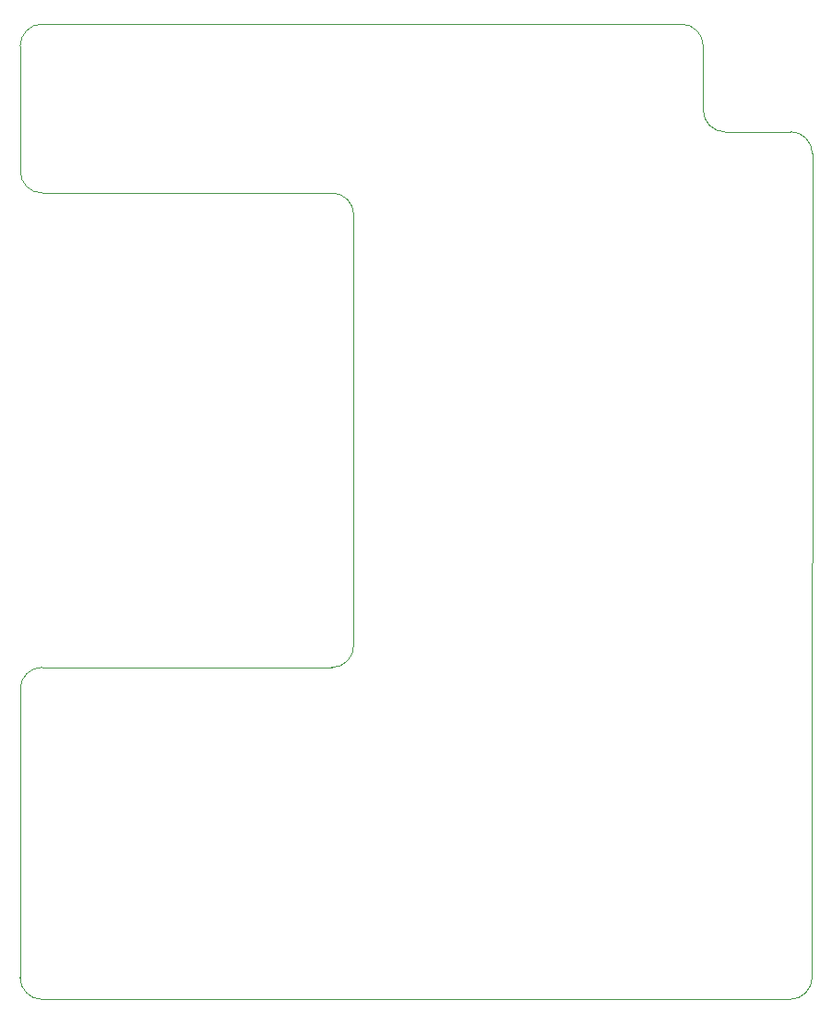
<source format=gbr>
%TF.GenerationSoftware,KiCad,Pcbnew,7.0.5*%
%TF.CreationDate,2023-12-05T08:46:21-08:00*%
%TF.ProjectId,EV10 Board Design,45563130-2042-46f6-9172-642044657369,EV9*%
%TF.SameCoordinates,Original*%
%TF.FileFunction,Profile,NP*%
%FSLAX46Y46*%
G04 Gerber Fmt 4.6, Leading zero omitted, Abs format (unit mm)*
G04 Created by KiCad (PCBNEW 7.0.5) date 2023-12-05 08:46:21*
%MOMM*%
%LPD*%
G01*
G04 APERTURE LIST*
%TA.AperFunction,Profile*%
%ADD10C,0.050000*%
%TD*%
G04 APERTURE END LIST*
D10*
X144600000Y-73500000D02*
G75*
G03*
X142600000Y-71500000I-2000000J0D01*
G01*
X176680000Y-63890000D02*
G75*
G03*
X178680000Y-65890000I2000000J0D01*
G01*
X144600000Y-73500000D02*
X144598077Y-112920087D01*
X113990001Y-117000001D02*
X113980000Y-143440000D01*
X113980000Y-143440000D02*
G75*
G03*
X115980000Y-145440000I2000000J0D01*
G01*
X115980000Y-145440000D02*
X184680000Y-145430000D01*
X184680000Y-145430000D02*
G75*
G03*
X186680000Y-143430000I0J2000000D01*
G01*
X186690000Y-67880000D02*
G75*
G03*
X184690000Y-65880000I-2000000J0D01*
G01*
X176680000Y-63890000D02*
X176685786Y-58024214D01*
X115990001Y-115000001D02*
G75*
G03*
X113990001Y-117000001I-1J-1999999D01*
G01*
X186680000Y-143430000D02*
X186690000Y-67880000D01*
X142580000Y-115009999D02*
X115990001Y-115000001D01*
X115990000Y-56020000D02*
G75*
G03*
X113990000Y-58020000I0J-2000000D01*
G01*
X176685786Y-58024214D02*
G75*
G03*
X174685786Y-56024214I-1999986J14D01*
G01*
X184690000Y-65880000D02*
X178680000Y-65890000D01*
X142580000Y-115009999D02*
G75*
G03*
X144598077Y-112920087I20000J1999999D01*
G01*
X113990000Y-58020000D02*
X114000000Y-69500000D01*
X116000000Y-71500000D02*
X142600000Y-71500000D01*
X114000000Y-69500000D02*
G75*
G03*
X116000000Y-71500000I2000000J0D01*
G01*
X174685786Y-56024214D02*
X115990000Y-56020000D01*
M02*

</source>
